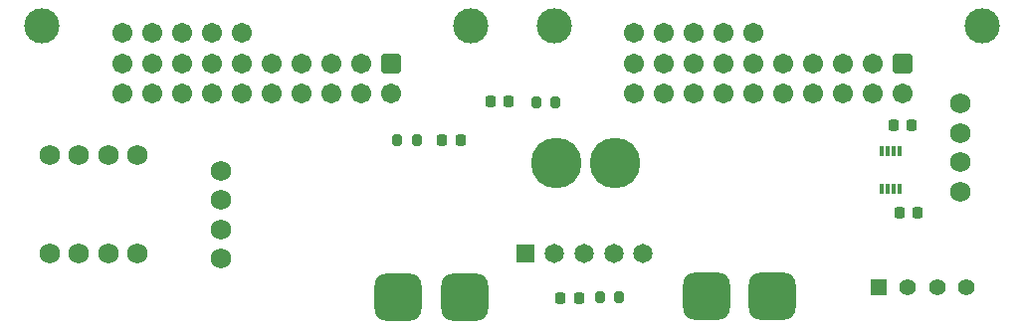
<source format=gts>
%TF.GenerationSoftware,KiCad,Pcbnew,7.0.7*%
%TF.CreationDate,2023-11-07T21:15:51-05:00*%
%TF.ProjectId,DriveTrain,44726976-6554-4726-9169-6e2e6b696361,rev?*%
%TF.SameCoordinates,Original*%
%TF.FileFunction,Soldermask,Top*%
%TF.FilePolarity,Negative*%
%FSLAX46Y46*%
G04 Gerber Fmt 4.6, Leading zero omitted, Abs format (unit mm)*
G04 Created by KiCad (PCBNEW 7.0.7) date 2023-11-07 21:15:51*
%MOMM*%
%LPD*%
G01*
G04 APERTURE LIST*
G04 Aperture macros list*
%AMRoundRect*
0 Rectangle with rounded corners*
0 $1 Rounding radius*
0 $2 $3 $4 $5 $6 $7 $8 $9 X,Y pos of 4 corners*
0 Add a 4 corners polygon primitive as box body*
4,1,4,$2,$3,$4,$5,$6,$7,$8,$9,$2,$3,0*
0 Add four circle primitives for the rounded corners*
1,1,$1+$1,$2,$3*
1,1,$1+$1,$4,$5*
1,1,$1+$1,$6,$7*
1,1,$1+$1,$8,$9*
0 Add four rect primitives between the rounded corners*
20,1,$1+$1,$2,$3,$4,$5,0*
20,1,$1+$1,$4,$5,$6,$7,0*
20,1,$1+$1,$6,$7,$8,$9,0*
20,1,$1+$1,$8,$9,$2,$3,0*%
G04 Aperture macros list end*
%ADD10R,1.400000X1.400000*%
%ADD11C,1.400000*%
%ADD12C,3.000000*%
%ADD13RoundRect,0.326336X-0.528664X-0.528664X0.528664X-0.528664X0.528664X0.528664X-0.528664X0.528664X0*%
%ADD14C,1.710000*%
%ADD15C,1.752600*%
%ADD16RoundRect,0.200000X0.200000X0.275000X-0.200000X0.275000X-0.200000X-0.275000X0.200000X-0.275000X0*%
%ADD17RoundRect,0.200000X-0.200000X-0.275000X0.200000X-0.275000X0.200000X0.275000X-0.200000X0.275000X0*%
%ADD18RoundRect,0.225000X-0.225000X-0.250000X0.225000X-0.250000X0.225000X0.250000X-0.225000X0.250000X0*%
%ADD19R,1.650000X1.650000*%
%ADD20C,1.650000*%
%ADD21RoundRect,0.218750X0.218750X0.256250X-0.218750X0.256250X-0.218750X-0.256250X0.218750X-0.256250X0*%
%ADD22RoundRect,1.000000X-1.000000X1.000000X-1.000000X-1.000000X1.000000X-1.000000X1.000000X1.000000X0*%
%ADD23C,4.300000*%
%ADD24RoundRect,0.218750X-0.218750X-0.256250X0.218750X-0.256250X0.218750X0.256250X-0.218750X0.256250X0*%
%ADD25RoundRect,0.225000X0.225000X0.250000X-0.225000X0.250000X-0.225000X-0.250000X0.225000X-0.250000X0*%
%ADD26RoundRect,1.000000X1.000000X-1.000000X1.000000X1.000000X-1.000000X1.000000X-1.000000X-1.000000X0*%
%ADD27R,0.300000X0.850000*%
G04 APERTURE END LIST*
D10*
%TO.C,J8*%
X196450000Y-58350000D03*
D11*
X198950000Y-58350000D03*
X201450000Y-58350000D03*
X203950000Y-58350000D03*
%TD*%
D12*
%TO.C,H1*%
X125275000Y-36030000D03*
%TD*%
D13*
%TO.C,U2*%
X198530000Y-39303000D03*
D14*
X198530000Y-41843000D03*
X195990000Y-39303000D03*
X195990000Y-41843000D03*
X193450000Y-39303000D03*
X193450000Y-41843000D03*
X190910000Y-39303000D03*
X190910000Y-41843000D03*
X188370000Y-39303000D03*
X188370000Y-41843000D03*
X185830000Y-39303000D03*
X185830000Y-41843000D03*
X183290000Y-39303000D03*
X183290000Y-41843000D03*
X180750000Y-39303000D03*
X180750000Y-41843000D03*
X178210000Y-39303000D03*
X178210000Y-41843000D03*
X175670000Y-39303000D03*
X175670000Y-41843000D03*
X185830000Y-36663000D03*
X183290000Y-36663000D03*
X180750000Y-36663000D03*
X178210000Y-36663000D03*
X175670000Y-36663000D03*
%TD*%
D15*
%TO.C,J7*%
X133416600Y-55400000D03*
X130916600Y-55400000D03*
X128416600Y-55400000D03*
X125916600Y-55400000D03*
%TD*%
D16*
%TO.C,R2*%
X168980000Y-42525000D03*
X167330000Y-42525000D03*
%TD*%
D17*
%TO.C,R3*%
X155520000Y-45785000D03*
X157170000Y-45785000D03*
%TD*%
D18*
%TO.C,C5*%
X197730000Y-44525000D03*
X199280000Y-44525000D03*
%TD*%
D19*
%TO.C,J2*%
X166399756Y-55400000D03*
D20*
X168899756Y-55400000D03*
X171399756Y-55400000D03*
X173899756Y-55400000D03*
X176399756Y-55400000D03*
%TD*%
D21*
%TO.C,D3*%
X160902500Y-45815000D03*
X159327500Y-45815000D03*
%TD*%
D22*
%TO.C,J3*%
X161200000Y-59200000D03*
X155580000Y-59200000D03*
%TD*%
D13*
%TO.C,U3*%
X154975000Y-39283000D03*
D14*
X154975000Y-41823000D03*
X152435000Y-39283000D03*
X152435000Y-41823000D03*
X149895000Y-39283000D03*
X149895000Y-41823000D03*
X147355000Y-39283000D03*
X147355000Y-41823000D03*
X144815000Y-39283000D03*
X144815000Y-41823000D03*
X142275000Y-39283000D03*
X142275000Y-41823000D03*
X139735000Y-39283000D03*
X139735000Y-41823000D03*
X137195000Y-39283000D03*
X137195000Y-41823000D03*
X134655000Y-39283000D03*
X134655000Y-41823000D03*
X132115000Y-39283000D03*
X132115000Y-41823000D03*
X142275000Y-36643000D03*
X139735000Y-36643000D03*
X137195000Y-36643000D03*
X134655000Y-36643000D03*
X132115000Y-36643000D03*
%TD*%
D15*
%TO.C,J6*%
X133416600Y-47070199D03*
X130916600Y-47070199D03*
X128416600Y-47070199D03*
X125916600Y-47070199D03*
%TD*%
D12*
%TO.C,H3*%
X168842000Y-36030000D03*
%TD*%
D23*
%TO.C,J10*%
X169050000Y-47750000D03*
X174050000Y-47750000D03*
%TD*%
D24*
%TO.C,D2*%
X163397500Y-42495000D03*
X164972500Y-42495000D03*
%TD*%
D25*
%TO.C,C6*%
X199770000Y-51965000D03*
X198220000Y-51965000D03*
%TD*%
D12*
%TO.C,H2*%
X161722000Y-36030000D03*
%TD*%
D15*
%TO.C,J4*%
X140500000Y-48383400D03*
X140500000Y-50883400D03*
X140500000Y-53383400D03*
X140500000Y-55883400D03*
%TD*%
D16*
%TO.C,R1*%
X174380000Y-59135000D03*
X172730000Y-59135000D03*
%TD*%
D24*
%TO.C,D1*%
X169397500Y-59205000D03*
X170972500Y-59205000D03*
%TD*%
D26*
%TO.C,J9*%
X181800000Y-59050000D03*
X187420000Y-59050000D03*
%TD*%
D27*
%TO.C,U1*%
X198200000Y-46750000D03*
X197700000Y-46750000D03*
X197200000Y-46750000D03*
X196700000Y-46750000D03*
X196700000Y-49900000D03*
X197200000Y-49900000D03*
X197700000Y-49900000D03*
X198200000Y-49900000D03*
%TD*%
D12*
%TO.C,H4*%
X205292000Y-36030000D03*
%TD*%
D15*
%TO.C,J5*%
X203370199Y-42683400D03*
X203370199Y-45183400D03*
X203370199Y-47683400D03*
X203370199Y-50183400D03*
%TD*%
M02*

</source>
